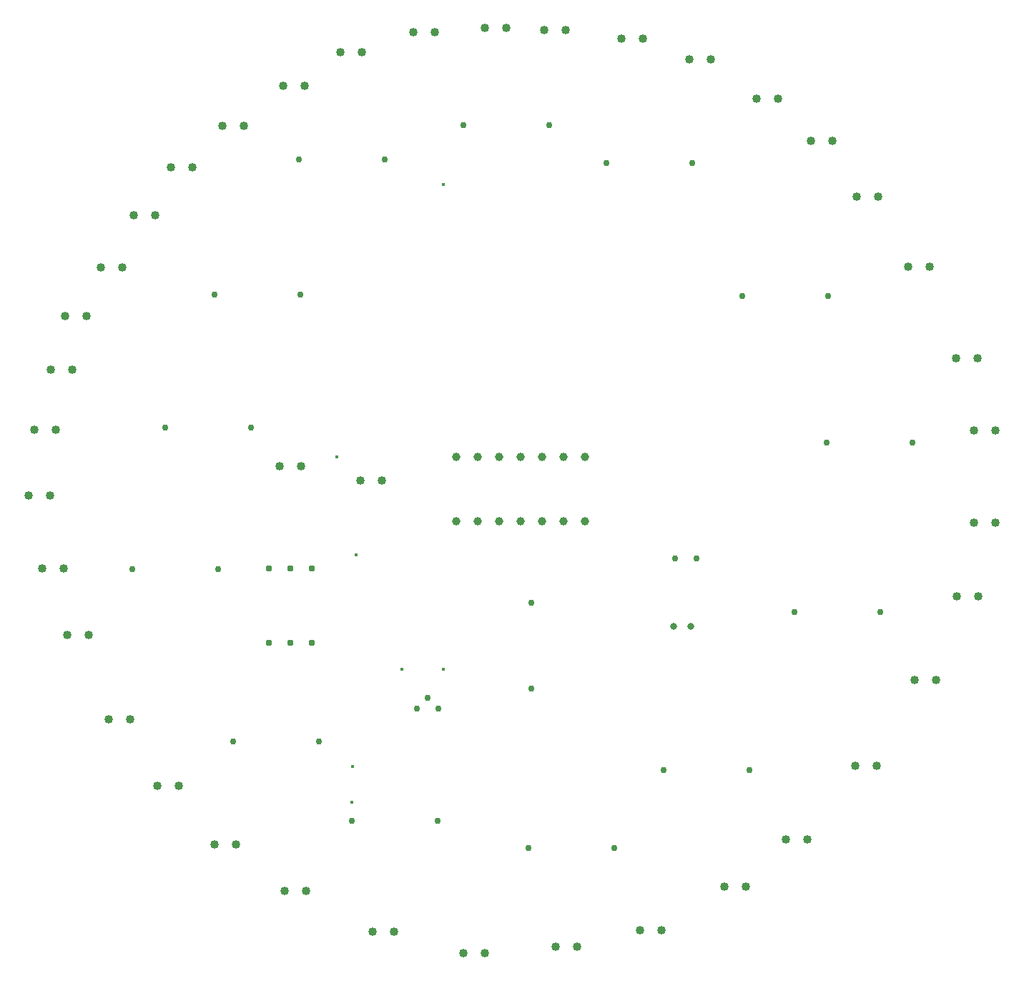
<source format=gbr>
G04 PROTEUS GERBER X2 FILE*
%TF.GenerationSoftware,Labcenter,Proteus,8.17-SP2-Build37159*%
%TF.CreationDate,2024-06-19T13:44:36+00:00*%
%TF.FileFunction,Plated,1,2,PTH*%
%TF.FilePolarity,Positive*%
%TF.Part,Single*%
%TF.SameCoordinates,{1d89ed81-d2fc-43df-ac84-501309ecc539}*%
%FSLAX45Y45*%
%MOMM*%
G01*
%TA.AperFunction,ViaDrill*%
%ADD49C,0.381000*%
%TA.AperFunction,ComponentDrill*%
%ADD50C,0.990600*%
%TA.AperFunction,ComponentDrill*%
%ADD51C,0.787400*%
%TA.AperFunction,ComponentDrill*%
%ADD52C,1.016000*%
%ADD53C,0.812800*%
%TA.AperFunction,ComponentDrill*%
%ADD54C,0.762000*%
%TD.AperFunction*%
D49*
X-1960024Y-3724696D03*
X-1953444Y-3296976D03*
X-884145Y-2148713D03*
X-1367796Y-2145423D03*
X-880623Y+3594622D03*
X-2145805Y+369535D03*
X-1913656Y-794631D03*
D50*
X-724000Y-392000D03*
X-470000Y-392000D03*
X-216000Y-392000D03*
X+38000Y-392000D03*
X+292000Y-392000D03*
X+546000Y-392000D03*
X+800000Y-392000D03*
X+800000Y+370000D03*
X+546000Y+370000D03*
X+292000Y+370000D03*
X+38000Y+370000D03*
X-216000Y+370000D03*
X-470000Y+370000D03*
X-724000Y+370000D03*
D51*
X-2944000Y-1830000D03*
X-2690000Y-1830000D03*
X-2436000Y-1830000D03*
X-2436000Y-950000D03*
X-2690000Y-950000D03*
X-2944000Y-950000D03*
D52*
X-1612000Y+90000D03*
X-1866000Y+90000D03*
X-2820000Y+260000D03*
X-2566000Y+260000D03*
X+310000Y+5420000D03*
X+564000Y+5420000D03*
X+1230000Y+5320000D03*
X+1484000Y+5320000D03*
X+2036000Y+5080000D03*
X+2290000Y+5080000D03*
X+2826000Y+4610000D03*
X+3080000Y+4610000D03*
X+3470000Y+4110000D03*
X+3724000Y+4110000D03*
X+4016000Y+3450000D03*
X+4270000Y+3450000D03*
X+4626000Y+2620000D03*
X+4880000Y+2620000D03*
X+5190000Y+1540000D03*
X+5444000Y+1540000D03*
X+5400000Y+680000D03*
X+5654000Y+680000D03*
X+5404000Y-410000D03*
X+5658000Y-410000D03*
X+5200000Y-1280000D03*
X+5454000Y-1280000D03*
X+4700000Y-2270000D03*
X+4954000Y-2270000D03*
X+3996000Y-3290000D03*
X+4250000Y-3290000D03*
X+3176000Y-4160000D03*
X+3430000Y-4160000D03*
X+2450000Y-4720000D03*
X+2704000Y-4720000D03*
X+1450000Y-5240000D03*
X+1704000Y-5240000D03*
X+450000Y-5430000D03*
X+704000Y-5430000D03*
X-640000Y-5510000D03*
X-386000Y-5510000D03*
X-1720000Y-5250000D03*
X-1466000Y-5250000D03*
X-2760000Y-4770000D03*
X-2506000Y-4770000D03*
X-3590000Y-4220000D03*
X-3336000Y-4220000D03*
X-4264000Y-3530000D03*
X-4010000Y-3530000D03*
X-4840000Y-2740000D03*
X-4586000Y-2740000D03*
X-5330000Y-1740000D03*
X-5076000Y-1740000D03*
X-5630000Y-950000D03*
X-5376000Y-950000D03*
X-5790000Y-90000D03*
X-5536000Y-90000D03*
X-5724000Y+690000D03*
X-5470000Y+690000D03*
X-5530000Y+1400000D03*
X-5276000Y+1400000D03*
X-5360000Y+2040000D03*
X-5106000Y+2040000D03*
X-4940000Y+2610000D03*
X-4686000Y+2610000D03*
X-4544000Y+3230000D03*
X-4290000Y+3230000D03*
X-4110000Y+3800000D03*
X-3856000Y+3800000D03*
X-3500000Y+4290000D03*
X-3246000Y+4290000D03*
X-2780000Y+4760000D03*
X-2526000Y+4760000D03*
X-2100000Y+5160000D03*
X-1846000Y+5160000D03*
X-1240000Y+5400000D03*
X-986000Y+5400000D03*
X-390000Y+5450000D03*
X-136000Y+5450000D03*
D53*
X+1850000Y-1640000D03*
X+2050000Y-1640000D03*
D54*
X-1197000Y-2610000D03*
X-1070000Y-2483000D03*
X-943000Y-2610000D03*
X+2120000Y-830000D03*
X+1866000Y-830000D03*
X+160000Y-1360000D03*
X+160000Y-2376000D03*
X+1050000Y+3850000D03*
X+2066000Y+3850000D03*
X+2660000Y+2270000D03*
X+3676000Y+2270000D03*
X+3660000Y+540000D03*
X+4676000Y+540000D03*
X+3280000Y-1470000D03*
X+4296000Y-1470000D03*
X+1730000Y-3340000D03*
X+2746000Y-3340000D03*
X+130000Y-4260000D03*
X+1146000Y-4260000D03*
X-3370000Y-3000000D03*
X-2354000Y-3000000D03*
X-4560000Y-960000D03*
X-3544000Y-960000D03*
X-4170000Y+720000D03*
X-3154000Y+720000D03*
X-3590000Y+2290000D03*
X-2574000Y+2290000D03*
X-2590000Y+3890000D03*
X-1574000Y+3890000D03*
X-640000Y+4300000D03*
X+376000Y+4300000D03*
X-1960000Y-3940000D03*
X-944000Y-3940000D03*
M02*

</source>
